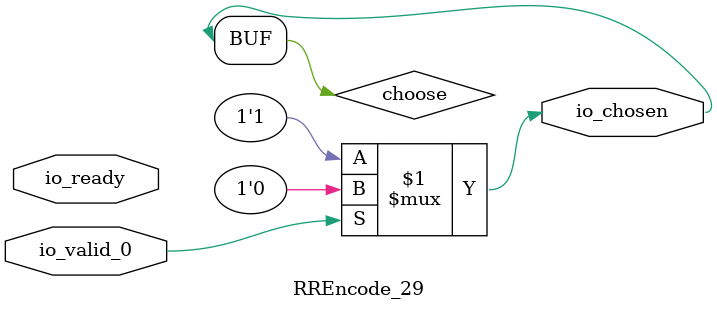
<source format=v>
module RREncode_29(
    input  io_valid_0,
    output io_chosen,
    input  io_ready);
  wire choose;
  assign io_chosen = choose;
  assign choose = io_valid_0 ? 1'h0 : 1'h1;
endmodule
</source>
